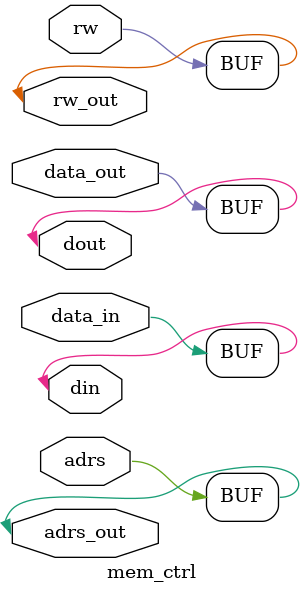
<source format=v>
module mem_ctrl(
		din,
		dout,
		rw,
		adrs,
		data_in,
		data_out,
		adrs_out,
		rw_out
		);
   input wire din;
   input wire dout;
   input wire rw;
   input wire adrs;
   input wire data_in;
   input wire data_out;
   input wire adrs_out;
   input wire rw_out;
   

   
   assign data_in = din ;
   assign data_out = dout;
   assign rw_out = rw;
   assign adrs_out = adrs;

   
endmodule
		
		

</source>
